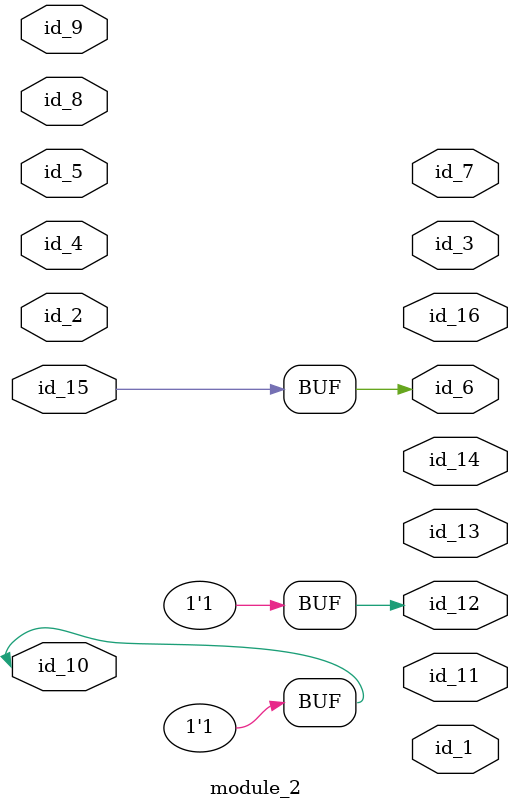
<source format=v>
module module_0;
  wire id_1;
  module_2 modCall_1 (
      id_1,
      id_1,
      id_1,
      id_1,
      id_1,
      id_1,
      id_1,
      id_1,
      id_1,
      id_1,
      id_1,
      id_1,
      id_1,
      id_1,
      id_1,
      id_1
  );
endmodule
module module_1 (
    id_1,
    id_2,
    id_3
);
  inout wire id_3;
  input wire id_2;
  inout wire id_1;
  wand id_4, id_5, id_6, id_7;
  assign id_3 = id_3;
  parameter id_8 = id_4;
  module_0 modCall_1 ();
endmodule
module module_2 (
    id_1,
    id_2,
    id_3,
    id_4,
    id_5,
    id_6,
    id_7,
    id_8,
    id_9,
    id_10,
    id_11,
    id_12,
    id_13,
    id_14,
    id_15,
    id_16
);
  output wire id_16;
  input wire id_15;
  output wire id_14;
  output wire id_13;
  output wire id_12;
  output wire id_11;
  inout wire id_10;
  input wire id_9;
  inout wire id_8;
  output wire id_7;
  output wire id_6;
  inout wire id_5;
  input wire id_4;
  output wire id_3;
  input wire id_2;
  output wire id_1;
  always id_12 = id_10;
  assign id_6  = id_15;
  assign id_10 = 1;
endmodule

</source>
